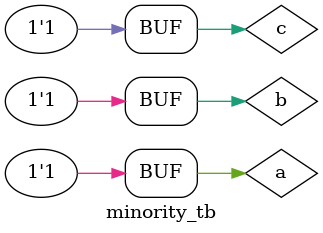
<source format=sv>
module minority (
    input  logic a,
    b,
    c,
    output logic y
);

  assign y = ~a & ~b | ~a & ~c | ~b & ~c;

endmodule

module minority_tb ();
  logic a, b, c, y;
  minority dut (
      a,
      b,
      c,
      y
  );

  initial begin
    $monitor("%h%h%h %h", a, b, c, y);
    for (int i = 0; i < 8; i = i + 1) begin
      {a, b, c} = i;
      #1;
    end
  end
endmodule

</source>
